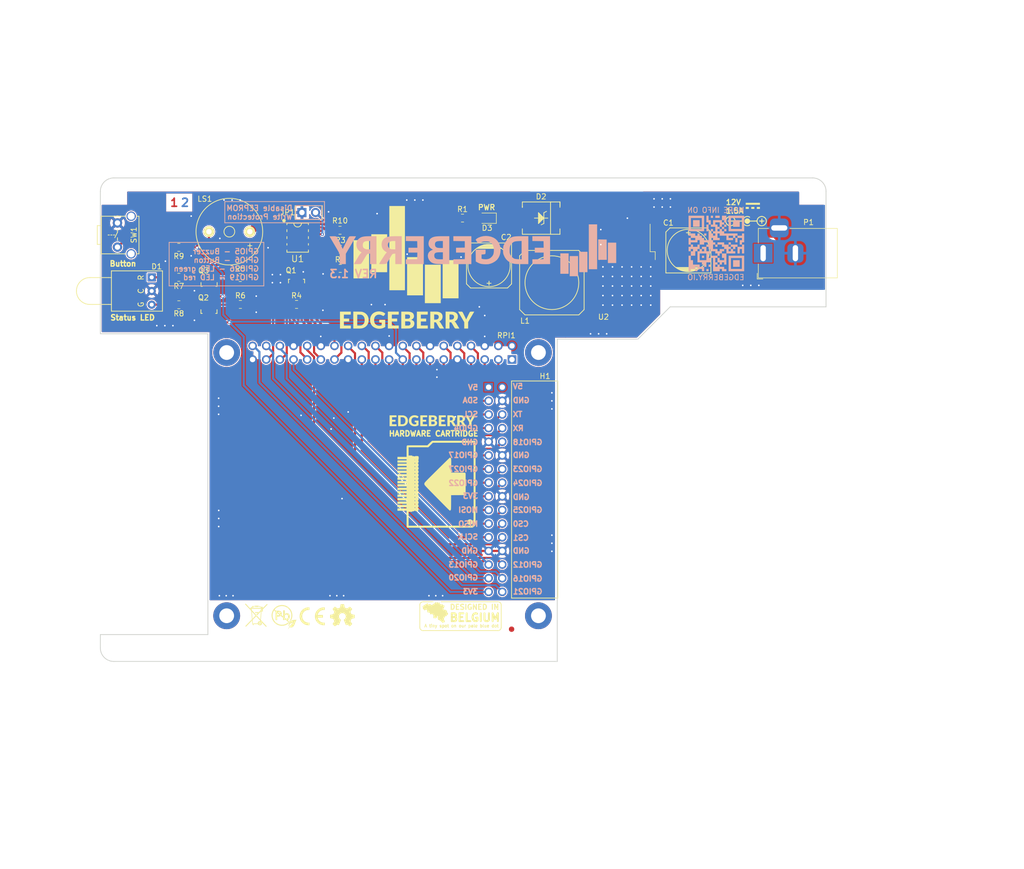
<source format=kicad_pcb>
(kicad_pcb (version 20211014) (generator pcbnew)
  (layers (0 "F.Cu" signal) (31 "B.Cu" signal) (34 "B.Paste" user) (35 "F.Paste" user) (36 "B.SilkS" user "B.Silkscreen") (37 "F.SilkS" user "F.Silkscreen") (38 "B.Mask" user) (39 "F.Mask" user) (44 "Edge.Cuts" user))
  (net 0 "")
  (net 1 "+3V3")
  (net 2 "GND")
  (net 3 "btn_1")
  (net 4 "UART_TX")
  (net 5 "UART_RX")
  (net 6 "+12V")
  (net 7 "+5V")
  (net 8 "Net-(Q2-Pad1)")
  (net 9 "Net-(D1-Pad1)")
  (net 10 "WP")
  (net 11 "Net-(Q2-Pad2)")
  (net 12 "Net-(Q3-Pad1)")
  (net 13 "I2C_SDA")
  (net 14 "I2C_SCL")
  (net 15 "LED_red")
  (net 16 "ID_SCL")
  (net 17 "ID_SDA")
  (net 18 "buzzer")
  (net 19 "GPIO_4")
  (net 20 "GPIO_23")
  (net 21 "GPIO_24")
  (net 22 "Net-(LS1-Pad2)")
  (net 23 "GPIO_25")
  (net 24 "SPI_SCLK")
  (net 25 "SPI_CS0")
  (net 26 "SPI_CS1")
  (net 27 "SPI_MOSI")
  (net 28 "SPI_MISO")
  (net 30 "GPIO_18")
  (net 31 "GPIO_17")
  (net 32 "GPIO_22")
  (net 33 "GPIO_16")
  (net 34 "GPIO_12")
  (net 35 "GPIO_21")
  (net 36 "GPIO_20")
  (net 37 "GPIO_27")
  (net 38 "GPIO_13")
  (net 39 "LED_green")
  (net 40 "Net-(D1-Pad3)")
  (net 41 "Net-(D2-Pad1)")
  (net 42 "Net-(D3-Pad2)")
  (net 43 "Net-(Q1-Pad1)")
  (net 44 "Net-(Q3-Pad2)")
  (footprint "Capacitors_SMD:c_elec_8x10" (layer "F.Cu") (at 193.04 65.272 90)
    (fp_text reference "C1")
    (fp_text value "330uF")
  )
  (footprint "Capacitors_SMD:c_elec_8x10" (layer "F.Cu") (at 155.956 68.072 -90)
    (fp_text reference "C2")
    (fp_text value "330uF")
  )
  (footprint "Inductors:SELF-WE-PD-XXL" (layer "F.Cu") (at 167.649 71.272 -90)
    (fp_text reference "L1")
    (fp_text value "33uH")
  )
  (footprint "TO_SOT_Packages_SMD:SOT-23" (layer "F.Cu") (at 103.874 71.297 180)
    (fp_text reference "Q3")
    (fp_text value "BC547")
  )
  (footprint "TO_SOT_Packages_SMD:SOT-23" (layer "F.Cu") (at 103.849 76.347 180)
    (fp_text reference "Q2")
    (fp_text value "BC547")
  )
  (footprint "emcosys:tactile_switch_vertical" (layer "F.Cu") (at 86.829 62.398 -90)
    (fp_text reference "SW1")
    (fp_text value "SW_PUSH")
  )
  (footprint "emcosys:SpuQ_5mm_copper" (layer "F.Cu") (at 112.522 124.714)
    (fp_text reference "G***" hide)
    (fp_text value "LOGO" hide)
  )
  (footprint "emcosys:SS54_Schottky_40V_5A" (layer "F.Cu") (at 165.649 59.25)
    (fp_text reference "D2")
    (fp_text value "SS54")
  )
  (footprint "emcosys:Hole_M2.5" (layer "F.Cu") (at 88 20)
    (fp_text reference "REF**" hide)
    (fp_text value "Hole_M3" hide)
  )
  (footprint "TO_SOT_Packages_SMD:SOT-23" (layer "F.Cu") (at 120.149 71.272)
    (fp_text reference "Q1")
    (fp_text value "BC547")
  )
  (footprint "emcosys:Hole_M2.5_small" (layer "F.Cu") (at 86.149 54.272)
    (fp_text reference "REF**" hide)
    (fp_text value "Hole_M2.5_small" hide)
  )
  (footprint "emcosys:Hole_M2.5_small" (layer "F.Cu") (at 216.149 54.272)
    (fp_text reference "REF**" hide)
    (fp_text value "Hole_M2.5_small" hide)
  )
  (footprint "emcosys:Hole_M2.5_small" (layer "F.Cu") (at 86.149 139.272)
    (fp_text reference "REF**" hide)
    (fp_text value "Hole_M2.5_small" hide)
  )
  (footprint "Buzzers_Beepers:Buzzer_12x9.5RM7.6" (layer "F.Cu") (at 107.649 61.772 180)
    (fp_text reference "LS1")
    (fp_text value "Buzzer")
  )
  (footprint "Fiducials:Fiducial_1mm_Dia_2.54mm_Outer_CopperTop" (layer "F.Cu") (at 91.5 56.5)
    (fp_text reference "REF**" hide)
    (fp_text value "Fiducial_1mm_Dia_2.54mm_Outer_CopperTop" hide)
  )
  (footprint "Fiducials:Fiducial_1mm_Dia_2.54mm_Outer_CopperTop" (layer "F.Cu") (at 211.75 56.5)
    (fp_text reference "REF**" hide)
    (fp_text value "Fiducial_1mm_Dia_2.54mm_Outer_CopperTop" hide)
  )
  (footprint "Fiducials:Fiducial_1mm_Dia_2.54mm_Outer_CopperTop" (layer "F.Cu") (at 160.149 135.772)
    (fp_text reference "REF**" hide)
    (fp_text value "Fiducial_1mm_Dia_2.54mm_Outer_CopperTop" hide)
  )
  (footprint "emcosys:EdgeBerry_IO" (layer "F.Cu") (at 157.149 109.772 -90)
    (fp_text reference "H1")
    (fp_text value "EdgeBerry_IO")
  )
  (footprint "Resistor_SMD:R_0805_2012Metric" (layer "F.Cu") (at 128.274 68.62 180)
    (fp_text reference "R2")
    (fp_text value "10k")
  )
  (footprint "Package_TO_SOT_SMD:TO-263-5_TabPin3" (layer "F.Cu") (at 181.674 68.447 -90)
    (fp_text reference "U2")
    (fp_text value "LM2596S-5.0")
  )
  (footprint "LOGO" (layer "F.Cu") (at 145.949 132.647736)
    (fp_text reference "G***" hide)
    (fp_text value "LOGO" hide)
  )
  (footprint "Resistor_SMD:R_0805_2012Metric" (layer "F.Cu") (at 98.249 64.697 180)
    (fp_text reference "R9")
    (fp_text value "10k")
  )
  (footprint "LED_SMD:LED_0805_2012Metric" (layer "F.Cu") (at 155.624 59.272 180)
    (fp_text reference "D3")
    (fp_text value "LED")
  )
  (footprint "emcosys:SOIC_8" (layer "F.Cu") (at 120.349 62.8865 -90)
    (fp_text reference "U1")
    (fp_text value "24LC256" hide)
  )
  (footprint "emcosys:bicolor_LED_right_angle" (layer "F.Cu") (at 93.199 72.822 -90)
    (fp_text reference "D1")
    (fp_text value "Led_x2" hide)
  )
  (footprint "Connector_PinHeader_2.54mm:PinHeader_1x02_P2.54mm_Vertical" (layer "F.Cu") (at 121.146 58.206 90)
    (fp_text reference "JP1")
    (fp_text value "Jumper_2_Open" hide)
  )
  (footprint "LOGO" (layer "F.Cu") (at 203.8 59.8)
    (fp_text reference "G***" hide)
    (fp_text value "LOGO" hide)
  )
  (footprint "LOGO" (layer "F.Cu") (at 123.049 133.372)
    (fp_text reference "G***" hide)
    (fp_text value "LOGO" hide)
  )
  (footprint "" (layer "F.Cu") (at 124.956 62.27)
    (fp_text reference "")
    (fp_text value "")
  )
  (footprint "" (layer "F.Cu") (at 126.099 58.079)
    (fp_text reference "")
    (fp_text value "")
  )
  (footprint "Resistor_SMD:R_0805_2012Metric" (layer "F.Cu") (at 151.024 59.247)
    (fp_text reference "R1")
    (fp_text value "270R")
  )
  (footprint "LOGO" (layer "F.Cu") (at 140.716 78.232)
    (fp_text reference "G***" hide)
    (fp_text value "LOGO" hide)
  )
  (footprint "LOGO" (layer "F.Cu") (at 145.449 96.972)
    (fp_text reference "G***" hide)
    (fp_text value "LOGO" hide)
  )
  (footprint "Resistor_SMD:R_0805_2012Metric" (layer "F.Cu") (at 128.2345 61.508)
    (fp_text reference "R10")
    (fp_text value "10k")
  )
  (footprint "LOGO" (layer "F.Cu") (at 128.649 133.172)
    (fp_text reference "G***" hide)
    (fp_text value "LOGO" hide)
  )
  (footprint "Resistor_SMD:R_0805_2012Metric" (layer "F.Cu") (at 98.249 70.272 180)
    (fp_text reference "R7")
    (fp_text value "270R")
  )
  (footprint "LOGO" (layer "F.Cu") (at 112.649 133.172)
    (fp_text reference "G***" hide)
    (fp_text value "LOGO" hide)
  )
  (footprint "LOGO" (layer "F.Cu") (at 205 57)
    (fp_text reference "G***" hide)
    (fp_text value "LOGO" hide)
  )
  (footprint "LOGO" (layer "F.Cu") (at 117.849 133.572)
    (fp_text reference "G***" hide)
    (fp_text value "LOGO" hide)
  )
  (footprint "Resistor_SMD:R_0805_2012Metric" (layer "F.Cu") (at 120.149 75.322)
    (fp_text reference "R4")
    (fp_text value "3k3")
  )
  (footprint "Connector_BarrelJack:BarrelJack_Horizontal" (layer "F.Cu") (at 206.949 65.7795 180)
    (fp_text reference "P1")
    (fp_text value "12Vin")
  )
  (footprint "Resistor_SMD:R_0805_2012Metric" (layer "F.Cu") (at 109.674 70.322)
    (fp_text reference "R5")
    (fp_text value "3k3")
  )
  (footprint "LOGO" (layer "F.Cu") (at 146.249 108.772)
    (fp_text reference "G***" hide)
    (fp_text value "LOGO" hide)
  )
  (footprint "Resistor_SMD:R_0805_2012Metric" (layer "F.Cu") (at 98.249 75.372 180)
    (fp_text reference "R8")
    (fp_text value "270R")
  )
  (footprint "Resistor_SMD:R_0805_2012Metric" (layer "F.Cu") (at 128.299 65.064 180)
    (fp_text reference "R3")
    (fp_text value "10k")
  )
  (footprint "" (layer "F.Cu") (at 150.75 66.5)
    (fp_text reference "")
    (fp_text value "")
  )
  (footprint "Resistor_SMD:R_0805_2012Metric" (layer "F.Cu") (at 109.699 75.322)
    (fp_text reference "R6")
    (fp_text value "3k3")
  )
  (footprint "LOGO" (layer "F.Cu") (at 140.462 65.964852)
    (fp_text reference "G***" hide)
    (fp_text value "LOGO" hide)
  )
  (footprint "emcosys:Hole_M3" (layer "B.Cu") (at 165.1464 84.271 180)
    (fp_text reference "REF**" hide)
    (fp_text value "Hole_M3" hide)
  )
  (footprint "emcosys:Hole_M2.5" (layer "B.Cu") (at 107.1464 84.271 180)
    (fp_text reference "REF**" hide)
    (fp_text value "Hole_M3" hide)
  )
  (footprint "emcosys:Hole_M2.5" (layer "B.Cu") (at 107.1464 133.271 180)
    (fp_text reference "REF**" hide)
    (fp_text value "Hole_M3" hide)
  )
  (footprint "emcosys:Hole_M2.5" (layer "B.Cu") (at 165.1464 133.271 180)
    (fp_text reference "REF**" hide)
    (fp_text value "Hole_M3" hide)
  )
  (footprint "emcosys:RPI_GPIO" (layer "B.Cu") (at 136.0954 84.3005 180)
    (fp_text reference "RPI1")
    (fp_text value "RPi_GPIO")
  )
  (footprint "emcosys:via_0.6mm" (layer "B.Cu") (at 181.693 59.265 -90)
    (fp_text reference "REF**" hide)
    (fp_text value "via_0.6mm" hide)
  )
  (footprint "emcosys:via_0.6mm" (layer "B.Cu") (at 112.649 73.772 -90)
    (fp_text reference "REF**" hide)
    (fp_text value "via_0.6mm" hide)
  )
  (footprint "emcosys:via_0.6mm" (layer "B.Cu") (at 178.923 73.668 -90)
    (fp_text reference "REF**" hide)
    (fp_text value "via_0.6mm" hide)
  )
  (footprint "emcosys:via_0.6mm" (layer "B.Cu") (at 105.649 94.272 -90)
    (fp_text reference "REF**" hide)
    (fp_text value "via_0.6mm" hide)
  )
  (footprint "emcosys:via_0.6mm" (layer "B.Cu") (at 178.923 75.446 -90)
    (fp_text reference "REF**" hide)
    (fp_text value "via_0.6mm" hide)
  )
  (footprint "emcosys:via_0.6mm" (layer "B.Cu") (at 177.145 70.112 -90)
    (fp_text reference "REF**" hide)
    (fp_text value "via_0.6mm" hide)
  )
  (footprint "emcosys:via_0.6mm" (layer "B.Cu") (at 177.145 75.446 -90)
    (fp_text reference "REF**" hide)
    (fp_text value "via_0.6mm" hide)
  )
  (footprint "emcosys:via_0.6mm" (layer "B.Cu") (at 180.701 68.334 -90)
    (fp_text reference "REF**" hide)
    (fp_text value "via_0.6mm" hide)
  )
  (footprint "emcosys:via_0.6mm" (layer "B.Cu") (at 100.545 58.872 -90)
    (fp_text reference "REF**" hide)
    (fp_text value "via_0.6mm" hide)
  )
  (footprint "emcosys:via_0.6mm" (layer "B.Cu") (at 182.479 68.334 -90)
    (fp_text reference "REF**" hide)
    (fp_text value "via_0.6mm" hide)
  )
  (footprint "emcosys:via_0.6mm" (layer "B.Cu") (at 176.745 64.176 -90)
    (fp_text reference "REF**" hide)
    (fp_text value "via_0.6mm" hide)
  )
  (footprint "emcosys:via_0.6mm" (layer "B.Cu") (at 101.149 78.272 -90)
    (fp_text reference "REF**" hide)
    (fp_text value "via_0.6mm" hide)
  )
  (footprint "emcosys:via_0.6mm" (layer "B.Cu") (at 186.035 73.668 -90)
    (fp_text reference "REF**" hide)
    (fp_text value "via_0.6mm" hide)
  )
  (footprint "emcosys:via_0.6mm" (layer "B.Cu") (at 177.145 71.89 -90)
    (fp_text reference "REF**" hide)
    (fp_text value "via_0.6mm" hide)
  )
  (footprint "emcosys:via_0.6mm" (layer "B.Cu") (at 177.145 73.668 -90)
    (fp_text reference "REF**" hide)
    (fp_text value "via_0.6mm" hide)
  )
  (footprint "emcosys:via_0.6mm" (layer "B.Cu") (at 180.701 71.89 -90)
    (fp_text reference "REF**" hide)
    (fp_text value "via_0.6mm" hide)
  )
  (footprint "emcosys:via_0.6mm" (layer "B.Cu") (at 186.035 71.89 -90)
    (fp_text reference "REF**" hide)
    (fp_text value "via_0.6mm" hide)
  )
  (footprint "emcosys:via_0.6mm" (layer "B.Cu") (at 136.613 75.352 -90)
    (fp_text reference "REF**" hide)
    (fp_text value "via_0.6mm" hide)
  )
  (footprint "emcosys:via_0.6mm" (layer "B.Cu") (at 155.149 81.272 -90)
    (fp_text reference "REF**" hide)
    (fp_text value "via_0.6mm" hide)
  )
  (footprint "emcosys:via_0.6mm" (layer "B.Cu") (at 184.257 73.668 -90)
    (fp_text reference "REF**" hide)
    (fp_text value "via_0.6mm" hide)
  )
  (footprint "emcosys:via_0.6mm" (layer "B.Cu") (at 182.479 70.112 -90)
    (fp_text reference "REF**" hide)
    (fp_text value "via_0.6mm" hide)
  )
  (footprint "emcosys:via_0.6mm" (layer "B.Cu") (at 178.923 70.112 -90)
    (fp_text reference "REF**" hide)
    (fp_text value "via_0.6mm" hide)
  )
  (footprint "emcosys:via_0.6mm" (layer "B.Cu") (at 182.479 73.668 -90)
    (fp_text reference "REF**" hide)
    (fp_text value "via_0.6mm" hide)
  )
  (footprint "emcosys:via_0.6mm" (layer "B.Cu") (at 178.923 68.334 -90)
    (fp_text reference "REF**" hide)
    (fp_text value "via_0.6mm" hide)
  )
  (footprint "emcosys:via_0.6mm" (layer "B.Cu") (at 124.649 81.272 -90)
    (fp_text reference "REF**" hide)
    (fp_text value "via_0.6mm" hide)
  )
  (footprint "emcosys:via_0.6mm" (layer "B.Cu") (at 180.701 70.112 -90)
    (fp_text reference "REF**" hide)
    (fp_text value "via_0.6mm" hide)
  )
  (footprint "emcosys:via_0.6mm" (layer "B.Cu") (at 180.701 75.446 -90)
    (fp_text reference "REF**" hide)
    (fp_text value "via_0.6mm" hide)
  )
  (footprint "emcosys:via_0.6mm" (layer "B.Cu") (at 184.257 75.446 -90)
    (fp_text reference "REF**" hide)
    (fp_text value "via_0.6mm" hide)
  )
  (footprint "emcosys:via_0.6mm" (layer "B.Cu") (at 117.149 71.272 -90)
    (fp_text reference "REF**" hide)
    (fp_text value "via_0.6mm" hide)
  )
  (footprint "emcosys:via_0.6mm" (layer "B.Cu") (at 117.149 69.772 -90)
    (fp_text reference "REF**" hide)
    (fp_text value "via_0.6mm" hide)
  )
  (footprint "emcosys:via_0.6mm" (layer "B.Cu") (at 184.257 70.112 -90)
    (fp_text reference "REF**" hide)
    (fp_text value "via_0.6mm" hide)
  )
  (footprint "emcosys:via_0.6mm" (layer "B.Cu") (at 178.923 71.89 -90)
    (fp_text reference "REF**" hide)
    (fp_text value "via_0.6mm" hide)
  )
  (footprint "emcosys:via_0.6mm" (layer "B.Cu") (at 142.149 55.89 -90)
    (fp_text reference "REF**" hide)
    (fp_text value "via_0.6mm" hide)
  )
  (footprint "emcosys:via_0.6mm" (layer "B.Cu") (at 182.479 71.89 -90)
    (fp_text reference "REF**" hide)
    (fp_text value "via_0.6mm" hide)
  )
  (footprint "emcosys:via_0.6mm" (layer "B.Cu") (at 206.149 71.772 -90)
    (fp_text reference "REF**" hide)
    (fp_text value "via_0.6mm" hide)
  )
  (footprint "emcosys:via_0.6mm" (layer "B.Cu") (at 127.083 96.476 -90)
    (fp_text reference "REF**" hide)
    (fp_text value "via_0.6mm" hide)
  )
  (footprint "emcosys:via_0.6mm" (layer "B.Cu") (at 186.651 57.19 -90)
    (fp_text reference "REF**" hide)
    (fp_text value "via_0.6mm" hide)
  )
  (footprint "emcosys:via_0.6mm" (layer "B.Cu") (at 176.745 61.382 -90)
    (fp_text reference "REF**" hide)
    (fp_text value "via_0.6mm" hide)
  )
  (footprint "emcosys:via_0.6mm" (layer "B.Cu") (at 143.649 55.89 -90)
    (fp_text reference "REF**" hide)
    (fp_text value "via_0.6mm" hide)
  )
  (footprint "emcosys:via_0.6mm" (layer "B.Cu") (at 186.035 70.112 -90)
    (fp_text reference "REF**" hide)
    (fp_text value "via_0.6mm" hide)
  )
  (footprint "emcosys:via_0.6mm" (layer "B.Cu") (at 109.649 55.89 -90)
    (fp_text reference "REF**" hide)
    (fp_text value "via_0.6mm" hide)
  )
  (footprint "emcosys:via_0.6mm" (layer "B.Cu") (at 188.175 57.19 -90)
    (fp_text reference "REF**" hide)
    (fp_text value "via_0.6mm" hide)
  )
  (footprint "emcosys:via_0.6mm" (layer "B.Cu") (at 112.649 76.772 -90)
    (fp_text reference "REF**" hide)
    (fp_text value "via_0.6mm" hide)
  )
  (footprint "emcosys:via_0.6mm" (layer "B.Cu") (at 146.26 87.459 -90)
    (fp_text reference "REF**" hide)
    (fp_text value "via_0.6mm" hide)
  )
  (footprint "emcosys:via_0.6mm" (layer "B.Cu") (at 186.035 68.334 -90)
    (fp_text reference "REF**" hide)
    (fp_text value "via_0.6mm" hide)
  )
  (footprint "emcosys:via_0.6mm" (layer "B.Cu") (at 186.651 55.666 -90)
    (fp_text reference "REF**" hide)
    (fp_text value "via_0.6mm" hide)
  )
  (footprint "emcosys:via_0.6mm" (layer "B.Cu") (at 204.649 71.772 -90)
    (fp_text reference "REF**" hide)
    (fp_text value "via_0.6mm" hide)
  )
  (footprint "emcosys:via_0.6mm" (layer "B.Cu") (at 115.649 71.272 -90)
    (fp_text reference "REF**" hide)
    (fp_text value "via_0.6mm" hide)
  )
  (footprint "emcosys:via_0.6mm" (layer "B.Cu") (at 121.4 69.255 -90)
    (fp_text reference "REF**" hide)
    (fp_text value "via_0.6mm" hide)
  )
  (footprint "emcosys:via_0.6mm" (layer "B.Cu") (at 189.699 57.19 -90)
    (fp_text reference "REF**" hide)
    (fp_text value "via_0.6mm" hide)
  )
  (footprint "emcosys:via_0.6mm" (layer "B.Cu") (at 184.257 68.334 -90)
    (fp_text reference "REF**" hide)
    (fp_text value "via_0.6mm" hide)
  )
  (footprint "emcosys:via_0.6mm" (layer "B.Cu") (at 126.575 98.508 -90)
    (fp_text reference "REF**" hide)
    (fp_text value "via_0.6mm" hide)
  )
  (footprint "emcosys:via_0.6mm" (layer "B.Cu") (at 146.26 88.856 -90)
    (fp_text reference "REF**" hide)
    (fp_text value "via_0.6mm" hide)
  )
  (footprint "emcosys:via_0.6mm" (layer "B.Cu") (at 184.257 71.89 -90)
    (fp_text reference "REF**" hide)
    (fp_text value "via_0.6mm" hide)
  )
  (footprint "emcosys:via_0.6mm" (layer "B.Cu") (at 129.75 95.333 -90)
    (fp_text reference "REF**" hide)
    (fp_text value "via_0.6mm" hide)
  )
  (footprint "emcosys:via_0.6mm" (layer "B.Cu") (at 149.689 96.222 -90)
    (fp_text reference "REF**" hide)
    (fp_text value "via_0.6mm" hide)
  )
  (footprint "emcosys:via_0.6mm" (layer "B.Cu") (at 95.749 67.272 -90)
    (fp_text reference "REF**" hide)
    (fp_text value "via_0.6mm" hide)
  )
  (footprint "emcosys:via_0.6mm" (layer "B.Cu") (at 189.699 55.666 -90)
    (fp_text reference "REF**" hide)
    (fp_text value "via_0.6mm" hide)
  )
  (footprint "emcosys:via_0.6mm" (layer "B.Cu") (at 177.145 68.334 -90)
    (fp_text reference "REF**" hide)
    (fp_text value "via_0.6mm" hide)
  )
  (footprint "emcosys:via_0.6mm" (layer "B.Cu") (at 188.175 55.666 -90)
    (fp_text reference "REF**" hide)
    (fp_text value "via_0.6mm" hide)
  )
  (footprint "emcosys:via_0.6mm" (layer "B.Cu") (at 182.479 75.446 -90)
    (fp_text reference "REF**" hide)
    (fp_text value "via_0.6mm" hide)
  )
  (footprint "emcosys:via_0.6mm" (layer "B.Cu") (at 180.701 73.668 -90)
    (fp_text reference "REF**" hide)
    (fp_text value "via_0.6mm" hide)
  )
  (footprint "emcosys:via_0.6mm" (layer "B.Cu") (at 186.035 75.446 -90)
    (fp_text reference "REF**" hide)
    (fp_text value "via_0.6mm" hide)
  )
  (footprint "emcosys:via_0.6mm" (layer "B.Cu") (at 101.149 72.772 -90)
    (fp_text reference "REF**" hide)
    (fp_text value "via_0.6mm" hide)
  )
  (footprint "emcosys:via_0.6mm" (layer "B.Cu") (at 105.649 95.772 -90)
    (fp_text reference "REF**" hide)
    (fp_text value "via_0.6mm" hide)
  )
  (footprint "emcosys:via_0.6mm" (layer "B.Cu") (at 167.649 91.772 -90)
    (fp_text reference "REF**" hide)
    (fp_text value "via_0.6mm" hide)
  )
  (footprint "emcosys:via_0.6mm" (layer "B.Cu") (at 140.649 55.89 -90)
    (fp_text reference "REF**" hide)
    (fp_text value "via_0.6mm" hide)
  )
  (footprint "emcosys:Hole_M2.5" (layer "B.Cu") (at 112.649 76.772 180)
    (fp_text reference "REF**" hide)
    (fp_text value "Hole_M3" hide)
  )
  (footprint "emcosys:Hole_M2.5" (layer "B.Cu") (at 167.649 76.772 180)
    (fp_text reference "REF**" hide)
    (fp_text value "Hole_M3" hide)
  )
  (footprint "emcosys:via_0.6mm" (layer "B.Cu") (at 137.375 81.194 -90)
    (fp_text reference "REF**" hide)
    (fp_text value "via_0.6mm" hide)
  )
  (footprint "emcosys:via_0.6mm" (layer "B.Cu") (at 94.149 79.272 -90)
    (fp_text reference "REF**" hide)
    (fp_text value "via_0.6mm" hide)
  )
  (footprint "emcosys:via_0.6mm" (layer "B.Cu") (at 95.649 79.272 -90)
    (fp_text reference "REF**" hide)
    (fp_text value "via_0.6mm" hide)
  )
  (footprint "emcosys:via_0.6mm" (layer "B.Cu") (at 140.716 65.964852 -90)
    (fp_text reference "REF**" hide)
    (fp_text value "via_0.6mm" hide)
  )
  (footprint "emcosys:via_0.6mm" (layer "B.Cu") (at 203.149 71.772 -90)
    (fp_text reference "REF**" hide)
    (fp_text value "via_0.6mm" hide)
  )
  (footprint "emcosys:via_0.6mm" (layer "B.Cu") (at 100.545 66.272 -90)
    (fp_text reference "REF**" hide)
    (fp_text value "via_0.6mm" hide)
  )
  (footprint "emcosys:via_0.6mm" (layer "B.Cu") (at 167.649 119.772 -90)
    (fp_text reference "REF**" hide)
    (fp_text value "via_0.6mm" hide)
  )
  (footprint "emcosys:via_0.6mm" (layer "B.Cu") (at 167.649 118.272 -90)
    (fp_text reference "REF**" hide)
    (fp_text value "via_0.6mm" hide)
  )
  (footprint "emcosys:via_0.6mm" (layer "B.Cu") (at 167.649 121.272 -90)
    (fp_text reference "REF**" hide)
    (fp_text value "via_0.6mm" hide)
  )
  (footprint "emcosys:via_0.6mm" (layer "B.Cu") (at 97.149 79.272 -90)
    (fp_text reference "REF**" hide)
    (fp_text value "via_0.6mm" hide)
  )
  (footprint "emcosys:via_0.6mm" (layer "B.Cu") (at 167.649 94.772 -90)
    (fp_text reference "REF**" hide)
    (fp_text value "via_0.6mm" hide)
  )
  (footprint "emcosys:via_0.6mm" (layer "B.Cu") (at 167.649 93.272 -90)
    (fp_text reference "REF**" hide)
    (fp_text value "via_0.6mm" hide)
  )
  (footprint "emcosys:via_0.6mm" (layer "B.Cu") (at 105.879 63.033 -90)
    (fp_text reference "REF**" hide)
    (fp_text value "via_0.6mm" hide)
  )
  (footprint "emcosys:via_0.6mm" (layer "B.Cu") (at 147.32 129.54 -90)
    (fp_text reference "REF**" hide)
    (fp_text value "via_0.6mm" hide)
  )
  (footprint "emcosys:via_0.6mm" (layer "B.Cu") (at 106.649 55.89 -90)
    (fp_text reference "REF**" hide)
    (fp_text value "via_0.6mm" hide)
  )
  (footprint "emcosys:via_0.6mm" (layer "B.Cu") (at 108.149 55.89 -90)
    (fp_text reference "REF**" hide)
    (fp_text value "via_0.6mm" hide)
  )
  (footprint "emcosys:via_0.6mm" (layer "B.Cu") (at 125.083 69.636 -90)
    (fp_text reference "REF**" hide)
    (fp_text value "via_0.6mm" hide)
  )
  (footprint "emcosys:via_0.6mm" (layer "B.Cu") (at 155.155 77.384 -90)
    (fp_text reference "REF**" hide)
    (fp_text value "via_0.6mm" hide)
  )
  (footprint "emcosys:via_0.6mm" (layer "B.Cu") (at 134.073 75.352 -90)
    (fp_text reference "REF**" hide)
    (fp_text value "via_0.6mm" hide)
  )
  (footprint "emcosys:via_0.6mm" (layer "B.Cu") (at 114.849 64.772 -90)
    (fp_text reference "REF**" hide)
    (fp_text value "via_0.6mm" hide)
  )
  (footprint "emcosys:via_0.6mm" (layer "B.Cu") (at 144.78 129.54 -90)
    (fp_text reference "REF**" hide)
    (fp_text value "via_0.6mm" hide)
  )
  (footprint "emcosys:via_0.6mm" (layer "B.Cu") (at 128.607 111.462 -90)
    (fp_text reference "REF**" hide)
    (fp_text value "via_0.6mm" hide)
  )
  (footprint "emcosys:via_0.6mm" (layer "B.Cu") (at 115.649 69.772 -90)
    (fp_text reference "REF**" hide)
    (fp_text value "via_0.6mm" hide)
  )
  (footprint "emcosys:via_0.6mm" (layer "B.Cu") (at 146.05 129.54 -90)
    (fp_text reference "REF**" hide)
    (fp_text value "via_0.6mm" hide)
  )
  (footprint "emcosys:via_0.6mm" (layer "B.Cu") (at 125.051 76.41 -90)
    (fp_text reference "REF**" hide)
    (fp_text value "via_0.6mm" hide)
  )
  (footprint "emcosys:via_0.6mm" (layer "B.Cu") (at 120.987 95.968 -90)
    (fp_text reference "REF**" hide)
    (fp_text value "via_0.6mm" hide)
  )
  (footprint "emcosys:via_0.6mm" (layer "B.Cu") (at 154.149 75.772 -90)
    (fp_text reference "REF**" hide)
    (fp_text value "via_0.6mm" hide)
  )
  (footprint "emcosys:via_0.6mm" (layer "B.Cu") (at 105.649 92.772 -90)
    (fp_text reference "REF**" hide)
    (fp_text value "via_0.6mm" hide)
  )
  (footprint "emcosys:via_0.6mm" (layer "B.Cu") (at 177.84 80.79)
    (fp_text reference "REF**" hide)
    (fp_text value "via_0.6mm" hide)
  )
  (footprint "emcosys:via_0.6mm" (layer "B.Cu") (at 105.664 115.165 -90)
    (fp_text reference "REF**" hide)
    (fp_text value "via_0.6mm" hide)
  )
  (footprint "emcosys:via_0.6mm" (layer "B.Cu") (at 108.331 129.54 -90)
    (fp_text reference "REF**" hide)
    (fp_text value "via_0.6mm" hide)
  )
  (footprint "LOGO" (layer "B.Cu") (at 152.5658 65.2164 180)
    (fp_text reference "G***" hide)
    (fp_text value "LOGO" hide)
  )
  (footprint "emcosys:via_0.6mm" (layer "B.Cu") (at 107.061 129.54 -90)
    (fp_text reference "REF**" hide)
    (fp_text value "via_0.6mm" hide)
  )
  (footprint "emcosys:via_0.6mm" (layer "B.Cu") (at 126.365 129.54 -90)
    (fp_text reference "REF**" hide)
    (fp_text value "via_0.6mm" hide)
  )
  (footprint "emcosys:via_0.6mm" (layer "B.Cu") (at 128.905 129.54 -90)
    (fp_text reference "REF**" hide)
    (fp_text value "via_0.6mm" hide)
  )
  (footprint "emcosys:via_0.6mm" (layer "B.Cu") (at 135.128 58.42 -90)
    (fp_text reference "REF**" hide)
    (fp_text value "via_0.6mm" hide)
  )
  (footprint "emcosys:via_0.6mm" (layer "B.Cu") (at 105.791 129.54 -90)
    (fp_text reference "REF**" hide)
    (fp_text value "via_0.6mm" hide)
  )
  (footprint "emcosys:via_0.6mm" (layer "B.Cu") (at 127.635 129.54 -90)
    (fp_text reference "REF**" hide)
    (fp_text value "via_0.6mm" hide)
  )
  (footprint "emcosys:via_0.6mm" (layer "B.Cu") (at 174.84 80.79)
    (fp_text reference "REF**" hide)
    (fp_text value "via_0.6mm" hide)
  )
  (footprint "emcosys:via_0.6mm" (layer "B.Cu") (at 105.664 113.665 -90)
    (fp_text reference "REF**" hide)
    (fp_text value "via_0.6mm" hide)
  )
  (footprint "LOGO" (layer "B.Cu") (at 198.249 63.972 180)
    (fp_text reference "G***" hide)
    (fp_text value "LOGO" hide)
  )
  (footprint "emcosys:via_0.6mm" (layer "B.Cu") (at 176.34 80.79)
    (fp_text reference "REF**" hide)
    (fp_text value "via_0.6mm" hide)
  )
  (footprint "emcosys:via_0.6mm" (layer "B.Cu") (at 105.664 116.665 -90)
    (fp_text reference "REF**" hide)
    (fp_text value "via_0.6mm" hide)
  )
  (gr_line (start 125.337 56.174) (end 106.795 56.174) (layer "B.SilkS") (width 0.15))
  (gr_line (start 114.049 71.872) (end 96.449 71.872) (layer "B.SilkS") (width 0.15))
  (gr_line (start 120.003 56.936) (end 124.829 56.936) (layer "B.SilkS") (width 0.15))
  (gr_line (start 120.003 59.476) (end 120.003 56.936) (layer "B.SilkS") (width 0.15))
  (gr_line (start 125.337 60.111) (end 106.795 60.111) (layer "B.SilkS") (width 0.15))
  (gr_line (start 124.829 59.476) (end 120.003 59.476) (layer "B.SilkS") (width 0.15))
  (gr_line (start 114.049 63.772) (end 96.449 63.772) (layer "B.SilkS") (width 0.15))
  (gr_line (start 106.795 60.111) (end 106.795 56.174) (layer "B.SilkS") (width 0.15))
  (gr_line (start 125.337 56.174) (end 125.337 60.111) (layer "B.SilkS") (width 0.15))
  (gr_line (start 114.049 63.772) (end 114.049 71.872) (layer "B.SilkS") (width 0.15))
  (gr_line (start 124.829 56.936) (end 124.829 59.476) (layer "B.SilkS") (width 0.15))
  (gr_line (start 96.449 63.772) (end 96.449 71.872) (layer "B.SilkS") (width 0.15))
  (gr_line (start 157.624736 130.672) (end 147.049 130.672) (layer "F.SilkS") (width 0.15))
  (gr_arc (start 157.624736 130.672) (mid 158.049 130.847736) (end 158.224736 131.272) (layer "F.SilkS") (width 0.15))
  (gr_line (start 143.073264 131.247736) (end 143.073264 135.423472) (layer "F.SilkS") (width 0.15))
  (gr_arc (start 143.673264 136.023472) (mid 143.249 135.847736) (end 143.073264 135.423472) (layer "F.SilkS") (width 0.15))
  (gr_line (start 145.549 130.672) (end 143.673264 130.672) (layer "F.SilkS") (width 0.15))
  (gr_arc (start 158.224736 135.423472) (mid 158.049 135.847736) (end 157.624736 136.023472) (layer "F.SilkS") (width 0.15))
  (gr_line (start 143.673264 136.023472) (end 157.624736 136.023472) (layer "F.SilkS") (width 0.15))
  (gr_arc (start 143.073264 131.272) (mid 143.249 130.847736) (end 143.673264 130.672) (layer "F.SilkS") (width 0.15))
  (gr_line (start 158.224736 135.423472) (end 158.224736 131.272) (layer "F.SilkS") (width 0.15))
  (gr_line (start 183.649 81.772) (end 168.649 81.772) (layer "Edge.Cuts") (width 0.15))
  (gr_arc (start 83.649 54.272) (mid 84.381233 52.504233) (end 86.149 51.772) (layer "Edge.Cuts") (width 0.15))
  (gr_line (start 168.649 141.772) (end 168.649 81.772) (layer "Edge.Cuts") (width 0.15))
  (gr_line (start 103.649 136.772) (end 83.649 136.772) (layer "Edge.Cuts") (width 0.15))
  (gr_line (start 216.149 51.772) (end 86.149 51.772) (layer "Edge.Cuts") (width 0.15))
  (gr_arc (start 216.149 51.772) (mid 217.916767 52.504233) (end 218.649 54.272) (layer "Edge.Cuts") (width 0.15))
  (gr_line (start 189.649 75.772) (end 218.649 75.772) (layer "Edge.Cuts") (width 0.15))
  (gr_line (start 83.649 54.272) (end 83.649 80.772) (layer "Edge.Cuts") (width 0.15))
  (gr_line (start 183.649 81.772) (end 189.649 75.772) (layer "Edge.Cuts") (width 0.15))
  (gr_line (start 83.649 80.772) (end 103.649 80.772) (layer "Edge.Cuts") (width 0.15))
  (gr_line (start 218.649 75.772) (end 218.649 54.272) (layer "Edge.Cuts") (width 0.15))
  (gr_line (start 103.649 80.772) (end 103.649 136.772) (layer "Edge.Cuts") (width 0.15))
  (gr_line (start 168.649 141.772) (end 86.149 141.772) (layer "Edge.Cuts") (width 0.15))
  (gr_arc (start 86.149 141.772) (mid 84.381233 141.039767) (end 83.649 139.272) (layer "Edge.Cuts") (width 0.15))
  (gr_line (start 83.649 136.772) (end 83.649 139.272) (layer "Edge.Cuts") (width 0.15))
  (gr_text "1" (at 97.399 56.372) (layer "F.Cu") (effects (font (size 1.5 1.5) (thickness 0.3))))
  (gr_text "2" (at 99.399 56.372) (layer "B.Cu") (effects (font (size 1.5 1.5) (thickness 0.3))))
  (gr_text "5V" (at 160.249 90.572) (layer "B.SilkS") (effects (font (size 1 1) (thickness 0.25)) (justify right mirror)))
  (gr_text "GPIO24" (at 160.249 108.572) (layer "B.SilkS") (effects (font (size 1 1) (thickness 0.25)) (justify right mirror)))
  (gr_text "MOSI" (at 154.049 113.572) (layer "B.SilkS") (effects (font (size 1 1) (thickness 0.25)) (justify left mirror)))
  (gr_text "5V" (at 154.049 90.772) (layer "B.SilkS") (effects (font (size 1 1) (thickness 0.25)) (justify left mirror)))
  (gr_text "3V3" (at 154.049 110.972) (layer "B.SilkS") (effects (font (size 1 1) (thickness 0.25)) (justify left mirror)))
  (gr_text "GND" (at 154.049 100.972) (layer "B.SilkS") (effects (font (size 1 1) (thickness 0.25)) (justify left mirror)))
  (gr_text "GND" (at 160.249 111.172) (layer "B.SilkS") (effects (font (size 1 1) (thickness 0.25)) (justify right mirror)))
  (gr_text "GPIO21" (at 160.249 128.772) (layer "B.SilkS") (effects (font (size 1 1) (thickness 0.25)) (justify right mirror)))
  (gr_text "GPIO12" (at 160.249 123.772) (layer "B.SilkS") (effects (font (size 1 1) (thickness 0.25)) (justify right mirror)))
  (gr_text "REV 1.3" (at 130.7218 69.636) (layer "B.SilkS") (effects (font (size 1.5 1.5) (thickness 0.3)) (justify mirror)))
  (gr_text "GPIO20" (at 154.049 126.172) (layer "B.SilkS") (effects (font (size 1 1) (thickness 0.25)) (justify left mirror)))
  (gr_text "GPIO4" (at 154.049 98.372) (layer "B.SilkS") (effects (font (size 1 1) (thickness 0.25)) (justify left mirror)))
  (gr_text "GPIO5 - Buzzer\nGPIO6 - Button \nGPIO26 - LED green\nGPIO19 - LED red" (at 113.249 67.872) (layer "B.SilkS") (effects (font (size 1 1) (thickness 0.2)) (justify left mirror)))
  (gr_text "GPIO25" (at 160.249 113.572) (layer "B.SilkS") (effects (font (size 1 1) (thickness 0.25)) (justify right mirror)))
  (gr_text "SCL" (at 154.049 95.772) (layer "B.SilkS") (effects (font (size 1 1) (thickness 0.25)) (justify left mirror)))
  (gr_text "GND" (at 160.249 93.172) (layer "B.SilkS") (effects (font (size 1 1) (thickness 0.25)) (justify right mirror)))
  (gr_text "CS1" (at 160.249 118.772) (layer "B.SilkS") (effects (font (size 1 1) (thickness 0.25)) (justify right mirror)))
  (gr_text "MORE INFO ON" (at 198.149 57.772) (layer "B.SilkS") (effects (font (size 1 0.95)) (justify mirror)))
  (gr_text "SCLK" (at 154.049 118.572) (layer "B.SilkS") (effects (font (size 1 1) (thickness 0.25)) (justify left mirror)))
  (gr_text "GPIO16" (at 160.249 126.372) (layer "B.SilkS") (effects (font (size 1 1) (thickness 0.25)) (justify right mirror)))
  (gr_text "GPIO22" (at 154.049 108.572) (layer "B.SilkS") (effects (font (size 1 1) (thickness 0.25)) (justify left mirror)))
  (gr_text "CS0" (at 160.249 116.172) (layer "B.SilkS") (effects (font (size 1 1) (thickness 0.25)) (justify right mirror)))
  (gr_text "GPIO23" (at 160.249 105.972) (layer "B.SilkS") (effects (font (size 1 1) (thickness 0.25)) (justify right mirror)))
  (gr_text "SDA" (at 154.049 93.172) (layer "B.SilkS") (effects (font (size 1 1) (thickness 0.25)) (justify left mirror)))
  (gr_text "Disable EEPROM\nWrite Protection" (at 119.495 58.206) (layer "B.SilkS") (effects (font (size 1 1) (thickness 0.2)) (justify left mirror)))
  (gr_text "TX" (at 160.249 95.772) (layer "B.SilkS") (effects (font (size 1 1) (thickness 0.25)) (justify right mirror)))
  (gr_text "GND" (at 160.249 103.372) (layer "B.SilkS") (effects (font (size 1 1) (thickness 0.25)) (justify right mirror)))
  (gr_text "GPIO18" (at 160.249 100.972) (layer "B.SilkS") (effects (font (size 1 1) (thickness 0.25)) (justify right mirror)))
  (gr_text "3V3" (at 154.049 128.772) (layer "B.SilkS") (effects (font (size 1 1) (thickness 0.25)) (justify left mirror)))
  (gr_text "GPIO17" (at 154.049 103.372) (layer "B.SilkS") (effects (font (size 1 1) (thickness 0.25)) (justify left mirror)))
  (gr_text "GND" (at 154.049 121.172) (layer "B.SilkS") (effects (font (size 1 1) (thickness 0.25)) (justify left mirror)))
  (gr_text "GND" (at 160.249 121.172) (layer "B.SilkS") (effects (font (size 1 1) (thickness 0.25)) (justify right mirror)))
  (gr_text "GPIO27" (at 154.049 105.972) (layer "B.SilkS") (effects (font (size 1 1) (thickness 0.25)) (justify left mirror)))
  (gr_text "RX" (at 160.249 98.372) (layer "B.SilkS") (effects (font (size 1 1) (thickness 0.25)) (justify right mirror)))
  (gr_text "EDGEBERRY.IO" (at 198.149 70.272) (layer "B.SilkS") (effects (font (size 1 1)) (justify mirror)))
  (gr_text "GPIO13" (at 154.049 123.772) (layer "B.SilkS") (effects (font (size 1 1) (thickness 0.25)) (justify left mirror)))
  (gr_text "MISO" (at 154.049 116.172) (layer "B.SilkS") (effects (font (size 1 1) (thickness 0.25)) (justify left mirror)))
  (gr_text "12V\n1.5A" (at 199.9 57.1) (layer "F.SilkS") (effects (font (size 1 1) (thickness 0.2)) (justify left)))
  (gr_text "DESIGNED IN" (at 153.249 131.647736) (layer "F.SilkS") (effects (font (size 0.95 0.95) (thickness 0.2))))
  (gr_text "HARDWARE CARTRIDGE" (at 145.649 99.372) (layer "F.SilkS") (effects (font (size 1 1) (thickness 0.25))))
  (gr_text "Button" (at 87.845 67.732) (layer "F.SilkS") (effects (font (size 1 1) (thickness 0.25))))
  (gr_text "\nBELGIUM" (at 148.449 132.447736) (layer "F.SilkS") (effects (font (size 1.45 1.45) (thickness 0.3625)) (justify left)))
  (gr_text "PWR" (at 155.5 57.25) (layer "F.SilkS") (effects (font (size 1 1) (thickness 0.2))))
  (gr_text "Status LED" (at 89.649 77.772) (layer "F.SilkS") (effects (font (size 1 1) (thickness 0.25))))
  (gr_text "A tiny spot on our pale blue dot" (at 143.849 135.147736) (layer "F.SilkS") (effects (font (size 0.55 0.55) (thickness 0.125)) (justify left)))
  (segment (start 103.847 73.32) (end 104.355 73.828) (width 0.4) (layer "F.Cu") (net 1))
  (segment (start 104.355 73.828) (end 106.387 73.828) (width 0.4) (layer "F.Cu") (net 1))
  (segment (start 103.847 77.892) (end 104.609 78.654) (width 0.4) (layer "F.Cu") (net 1))
  (segment (start 104.609 78.654) (end 107.657 78.654) (width 0.4) (layer "F.Cu") (net 1))
  (segment (start 101.649 64.772) (end 101.561 64.684) (width 0.4) (layer "F.Cu") (net 1))
  (segment (start 101.561 64.684) (end 99.209 64.684) (width 0.4) (layer "F.Cu") (net 1))
  (segment (start 139.9054 98.1224) (end 152.825 111.042) (width 0.4) (layer "F.Cu") (net 1))
  (segment (start 152.825 111.042) (end 155.879 111.042) (width 0.4) (layer "F.Cu") (net 1))
  (segment (start 121.326 61.001) (end 119.971 59.646) (width 0.4) (layer "F.Cu") (net 1))
  (segment (start 119.971 59.646) (end 116.669 59.646) (width 0.4) (layer "F.Cu") (net 1))
  (segment (start 116.669 59.646) (end 112.097 64.218) (width 0.4) (layer "F.Cu") (net 1))
  (segment (start 112.097 64.218) (end 107.271 64.218) (width 0.4) (layer "F.Cu") (net 1))
  (segment (start 107.271 64.218) (end 107.271 60.408) (width 0.4) (layer "F.Cu") (net 1))
  (segment (start 107.271 60.408) (end 106.509 59.646) (width 0.4) (layer "F.Cu") (net 1))
  (segment (start 106.509 59.646) (end 102.953 59.646) (width 0.4) (layer "F.Cu") (net 1))
  (segment (start 102.953 59.646) (end 101.649 60.95) (width 0.4) (layer "F.Cu") (net 1))
  (segment (start 101.649 60.95) (end 101.649 64.772) (width 0.4) (layer "F.Cu") (net 1))
  (segment (start 103.847 72.28622) (end 103.847 73.32) (width 0.4) (layer "F.Cu") (net 1))
  (segment (start 125.591 61.508) (end 127.322 61.508) (width 0.4) (layer "F.Cu") (net 1))
  (segment (start 129.2115 63.6045) (end 129.2115 65.064) (width 0.4) (layer "F.Cu") (net 1))
  (segment (start 127.322 61.508) (end 127.322 62.604) (width 0.4) (layer "F.Cu") (net 1))
  (segment (start 125.0645 60.9815) (end 125.591 61.508) (width 0.4) (layer "F.Cu") (net 1))
  (segment (start 139.9054 85.5705) (end 139.9054 85.8834) (width 0.4) (layer "F.Cu") (net 1))
  (segment (start 103.847 77.36622) (end 103.847 77.892) (width 0.4) (layer "F.Cu") (net 1))
  (segment (start 129.2115 68.595) (end 129.1865 68.62) (width 0.4) (layer "F.Cu") (net 1))
  (segment (start 127.322 62.604) (end 127.877 63.159) (width 0.4) (layer "F.Cu") (net 1))
  (segment (start 129.2115 65.064) (end 129.2115 68.595) (width 0.4) (layer "F.Cu") (net 1))
  (segment (start 128.766 63.159) (end 129.2115 63.6045) (width 0.4) (layer "F.Cu") (net 1))
  (segment (start 139.9054 85.5705) (end 139.8465 85.5705) (width 0.4) (layer "F.Cu") (net 1))
  (segment (start 122.807 61.001) (end 121.326 61.001) (width 0.4) (layer "F.Cu") (net 1))
  (segment (start 127.877 63.159) (end 128.766 63.159) (width 0.4) (layer "F.Cu") (net 1))
  (segment (start 139.9054 85.5705) (end 139.9054 85.5024) (width 0.4) (layer "F.Cu") (net 1))
  (segment (start 139.9054 85.5705) (end 139.8599 85.5705) (width 0.4) (layer "F.Cu") (net 1))
  (segment (start 139.9054 85.5705) (end 139.9054 98.1224) (width 0.4) (layer "F.Cu") (net 1))
  (segment (start 122.799 60.9815) (end 125.0645 60.9815) (width 0.4) (layer "F.Cu") (net 1))
  (via (at 101.649 64.772) (size 0.6) (drill 0.4) (layers "F.Cu" "B.Cu") (net 1))
  (via (at 106.387 73.828) (size 0.6) (drill 0.4) (layers "F.Cu" "B.Cu") (net 1))
  (via (at 107.657 78.654) (size 0.6) (drill 0.4) (layers "F.Cu" "B.Cu") (net 1))
  (segment (start 107.784 78.527) (end 136.359 78.527) (width 0.4) (layer "B.Cu") (net 1))
  (segment (start 137.248 78.527) (end 138.645 79.924) (width 0.4) (layer "B.Cu") (net 1))
  (segment (start 138.645 79.924) (end 138.645 84.3101) (width 0.4) (layer "B.Cu") (net 1))
  (segment (start 138.645 84.3101) (end 139.9054 85.5705) (width 0.4) (layer "B.Cu") (net 1))
  (segment (start 106.387 73.828) (end 106.514 73.828) (width 0.4) (layer "B.Cu") (net 1))
  (segment (start 106.514 73.828) (end 106.514 77.257) (width 0.4) (layer "B.Cu") (net 1))
  (segment (start 107.657 78.654) (end 107.784 78.527) (width 0.4) (layer "B.Cu") (net 1))
  (segment (start 106.387 69.51) (end 101.649 64.772) (width 0.4) (layer "B.Cu") (net 1))
  (segment (start 148.761 128.822) (end 110.319 90.38) (width 0.4) (layer "B.Cu") (net 1))
  (segment (start 110.319 90.38) (end 110.319 81.316) (width 0.4) (layer "B.Cu") (net 1))
  (segment (start 110.319 81.316) (end 107.657 78.654) (width 0.4) (layer "B.Cu") (net 1))
  (segment (start 155.879 128.822) (end 148.761 128.822) (width 0.4) (layer "B.Cu") (net 1))
  (segment (start 106.387 73.828) (end 106.387 69.51) (width 0.4) (layer "B.Cu") (net 1))
  (segment (start 139.9054 85.5705) (end 139.7149 85.5705) (width 0.4) (layer "B.Cu") (net 1))
  (segment (start 106.514 77.257) (end 107.784 78.527) (width 0.4) (layer "B.Cu") (net 1))
  (segment (start 136.359 78.527) (end 137.248 78.527) (width 0.4) (layer "B.Cu") (net 1))
  (segment (start 155.1454 81.2756) (end 155.149 81.272) (width 0.4) (layer "F.Cu") (net 2))
  (segment (start 124.6654 81.2884) (end 124.649 81.272) (width 0.4) (layer "F.Cu") (net 2))
  (segment (start 137.3654 81.4576) (end 137.375 81.448) (width 0.4) (layer "F.Cu") (net 2))
  (segment (start 137.3654 81.2036) (end 137.375 81.194) (width 0.4) (layer "F.Cu") (net 2))
  (segment (start 137.3654 81.2036) (end 137.375 81.194) (width 0.4) (layer "F.Cu") (net 2))
  (segment (start 144.9854 82.1204) (end 144.863 81.998) (width 0.4) (layer "F.Cu") (net 2))
  (segment (start 150.0654 86.7016) (end 149.943 86.824) (width 0.4) (layer "F.Cu") (net 2))
  (segment (start 155.1454 81.2756) (end 155.149 81.272) (width 0.4) (layer "F.Cu") (net 2))
  (segment (start 154.349 121.202) (end 154.261 121.114) (width 0.4) (layer "F.Cu") (net 2))
  (segment (start 137.3654 83.0305) (end 137.3654 82.7084) (width 0.4) (layer "F.Cu") (net 2))
  (segment (start 111.9654 85.5705) (end 111.5355 85.5705) (width 0.4) (layer "F.Cu") (net 2))
  (segment (start 155.879 121.202) (end 158.419 121.202) (width 0.4) (layer "F.Cu") (net 2))
  (segment (start 155.1454 83.0305) (end 155.1454 81.2756) (width 0.4) (layer "F.Cu") (net 2))
  (segment (start 124.6654 83.0305) (end 124.8705 83.0305) (width 0.4) (layer "F.Cu") (net 2))
  (segment (start 124.6654 83.0305) (end 124.6654 81.2884) (width 0.4) (layer "F.Cu") (net 2))
  (segment (start 137.3654 83.0305) (end 137.3654 81.4576) (width 0.4) (layer "F.Cu") (net 2))
  (segment (start 150.0654 85.5705) (end 150.0654 86.7016) (width 0.4) (layer "F.Cu") (net 2))
  (segment (start 144.9854 83.0305) (end 144.9854 82.1204) (width 0.4) (layer "F.Cu") (net 2))
  (segment (start 111.9654 85.5705) (end 111.9654 85.5884) (width 0.4) (layer "F.Cu") (net 2))
  (segment (start 155.879 121.202) (end 154.349 121.202) (width 0.4) (layer "F.Cu") (net 2))
  (segment (start 137.3654 83.0305) (end 137.3654 81.2036) (width 0.4) (layer "F.Cu") (net 2))
  (segment (start 129.7454 85.5705) (end 129.7454 85.7756) (width 0.4) (layer "F.Cu") (net 2))
  (segment (start 119.5854 81.6124) (end 119.463 81.49) (width 0.4) (layer "B.Cu") (net 2))
  (segment (start 119.5854 83.0305) (end 119.5854 81.6124) (width 0.4) (layer "B.Cu") (net 2))
  (segment (start 122.1254 85.5024) (end 120.865 84.242) (width 0.4) (layer "F.Cu") (net 3))
  (segment (start 120.865 84.242) (end 120.865 79.416) (width 0.4) (layer "F.Cu") (net 3))
  (segment (start 120.865 79.416) (end 114.007 72.558) (width 0.4) (layer "F.Cu") (net 3))
  (segment (start 113.499 72.05) (end 113.499 70.018) (width 0.4) (layer "F.Cu") (net 3))
  (segment (start 113.499 70.018) (end 111.467 67.986) (width 0.4) (layer "F.Cu") (net 3))
  (segment (start 111.467 67.986) (end 98.513 67.986) (width 0.4) (layer "F.Cu") (net 3))
  (segment (start 98.513 67.986) (end 97.309 66.782) (width 0.4) (layer "F.Cu") (net 3))
  (segment (start 97.309 66.782) (end 97.309 64.684) (width 0.4) (layer "F.Cu") (net 3))
  (segment (start 86.865 64.648) (end 87.591 63.922) (width 0.4) (layer "F.Cu") (net 3))
  (segment (start 87.591 63.922) (end 94.703 63.922) (width 0.4) (layer "F.Cu") (net 3))
  (segment (start 94.703 63.922) (end 95.465 64.684) (width 0.4) (layer "F.Cu") (net 3))
  (segment (start 95.465 64.684) (end 97.309 64.684) (width 0.4) (layer "F.Cu") (net 3))
  (segment (start 122.1254 85.5705) (end 122.3305 85.5705) (width 0.4) (layer "F.Cu") (net 3))
  (segment (start 114.007 72.558) (end 113.499 72.05) (width 0.4) (layer "F.Cu") (net 3))
  (segment (start 86.829 64.648) (end 86.865 64.648) (width 0.4) (layer "F.Cu") (net 3))
  (segment (start 122.1254 85.5705) (end 122.1254 85.5216) (width 0.4) (layer "F.Cu") (net 3))
  (segment (start 122.1254 85.5705) (end 122.1254 85.5024) (width 0.4) (layer "F.Cu") (net 3))
  (segment (start 152.569 82.9941) (end 152.6054 83.0305) (width 0.4) (layer "F.Cu") (net 4))
  (segment (start 152.6054 83.1364) (end 153.88 84.411) (width 0.4) (layer "F.Cu") (net 4))
  (segment (start 153.88 84.411) (end 153.88 86.57) (width 0.4) (layer "F.Cu") (net 4))
  (segment (start 153.88 86.57) (end 152.102 88.348) (width 0.4) (layer "F.Cu") (net 4))
  (segment (start 152.102 88.348) (end 152.102 91.269) (width 0.4) (layer "F.Cu") (net 4))
  (segment (start 158.237 95.802) (end 156.928 97.111) (width 0.4) (layer "F.Cu") (net 4))
  (segment (start 156.928 97.111) (end 153.753 97.111) (width 0.4) (layer "F.Cu") (net 4))
  (segment (start 153.753 97.111) (end 152.102 95.46) (width 0.4) (layer "F.Cu") (net 4))
  (segment (start 152.102 95.46) (end 152.102 91.269) (width 0.4) (layer "F.Cu") (net 4))
  (segment (start 152.6054 83.0305) (end 152.6054 83.125) (width 0.4) (layer "F.Cu") (net 4))
  (segment (start 152.6054 83.0305) (end 152.5999 83.0305) (width 0.4) (layer "F.Cu") (net 4))
  (segment (start 152.6054 83.0305) (end 152.6054 83.075) (width 0.4) (layer "F.Cu") (net 4))
  (segment (start 152.6054 83.0305) (end 152.6054 83.1364) (width 0.4) (layer "F.Cu") (net 4))
  (segment (start 152.6054 83.0305) (end 152.6054 83.094) (width 0.4) (layer "F.Cu") (net 4))
  (segment (start 152.6054 83.0305) (end 152.6054 83.221) (width 0.4) (layer "F.Cu") (net 4))
  (segment (start 158.419 95.802) (end 158.237 95.802) (width 0.4) (layer "F.Cu") (net 4))
  (segment (start 152.6054 83.0305) (end 152.6689 83.0305) (width 0.4) (layer "B.Cu") (net 4))
  (segment (start 150.0654 83.1364) (end 151.34 84.411) (width 0.4) (layer "F.Cu") (net 5))
  (segment (start 151.34 84.411) (end 151.34 87.078) (width 0.4) (layer "F.Cu") (net 5))
  (segment (start 151.34 87.078) (end 150.578 87.84) (width 0.4) (layer "F.Cu") (net 5))
  (segment (start 150.578 87.84) (end 150.578 97.365) (width 0.4) (layer "F.Cu") (net 5))
  (segment (start 150.578 97.365) (end 152.864 99.651) (width 0.4) (layer "F.Cu") (net 5))
  (segment (start 152.864 99.651) (end 157.055 99.651) (width 0.4) (layer "F.Cu") (net 5))
  (segment (start 157.11 99.651) (end 158.419 98.342) (width 0.4) (layer "F.Cu") (net 5))
  (segment (start 150.0654 83.0305) (end 150.0654 83.065) (width 0.4) (layer "F.Cu") (net 5))
  (segment (start 157.055 99.651) (end 157.11 99.651) (width 0.4) (layer "F.Cu") (net 5))
  (segment (start 150.0654 83.0305) (end 150.0654 83.1364) (width 0.4) (layer "F.Cu") (net 5))
  (segment (start 150.0654 83.0305) (end 150.1289 83.0305) (width 0.4) (layer "F.Cu") (net 5))
  (segment (start 150.0654 83.0305) (end 149.9999 83.0305) (width 0.4) (layer "F.Cu") (net 5))
  (segment (start 150.0654 83.0305) (end 150.0654 83.094) (width 0.4) (layer "B.Cu") (net 5))
  (segment (start 157.695 83.0209) (end 157.6854 83.0305) (width 0.8) (layer "F.Cu") (net 7))
  (segment (start 111.585 61.772) (end 117.055 56.302) (width 1.4) (layer "F.Cu") (net 7))
  (segment (start 117.055 56.302) (end 135.597 56.302) (width 1.4) (layer "F.Cu") (net 7))
  (segment (start 135.597 56.302) (end 143.725 64.43) (width 1.4) (layer "F.Cu") (net 7))
  (segment (start 165.64774 76.27326) (end 167.649 76.27326) (width 1.4) (layer "F.Cu") (net 7))
  (segment (start 157.6854 83.0305) (end 157.6854 82.9856) (width 0.8) (layer "F.Cu") (net 7))
  (segment (start 150.05 64.7) (end 147.0225 67.7275) (width 1.4) (layer "F.Cu") (net 7))
  (segment (start 150.05 59.25) (end 150.05 64.7) (width 1.4) (layer "F.Cu") (net 7))
  (segment (start 150.6182 71.3232) (end 147.0225 67.7275) (width 1.4) (layer "F.Cu") (net 7))
  (segment (start 157.6854 83.0305) (end 157.6854 83.0584) (width 0.8) (layer "F.Cu") (net 7))
  (segment (start 155.956 71.3232) (end 150.6182 71.3232) (width 1.4) (layer "F.Cu") (net 7))
  (segment (start 111.44884 61.772) (end 111.585 61.772) (width 1.4) (layer "F.Cu") (net 7))
  (segment (start 147.0225 67.7275) (end 143.725 64.43) (width 1.4) (layer "F.Cu") (net 7))
  (segment (start 157.6854 83.0305) (end 157.6854 83.221) (width 0.4) (layer "B.Cu") (net 7))
  (segment (start 108.72376 75.36724) (end 108.739 75.352) (width 0.4) (layer "F.Cu") (net 8))
  (segment (start 108.72376 75.36724) (end 108.739 75.352) (width 0.4) (layer "F.Cu") (net 8))
  (segment (start 104.797 75.36724) (end 108.72376 75.36724) (width 0.4) (layer "F.Cu") (net 8))
  (segment (start 93.179 70.272) (end 97.309 70.272) (width 0.4) (layer "F.Cu") (net 9))
  (segment (start 122.799 62.2515) (end 124.9375 62.2515) (width 0.4) (layer "F.Cu") (net 10))
  (segment (start 124.9375 62.2515) (end 124.956 62.27) (width 0.4) (layer "F.Cu") (net 10))
  (segment (start 129.147 60.365) (end 129.147 61.508) (width 0.4) (layer "F.Cu") (net 10))
  (segment (start 125.083 59.603) (end 128.385 59.603) (width 0.4) (layer "F.Cu") (net 10))
  (segment (start 123.686 58.206) (end 125.083 59.603) (width 0.4) (layer "F.Cu") (net 10))
  (segment (start 128.385 59.603) (end 129.147 60.365) (width 0.4) (layer "F.Cu") (net 10))
  (segment (start 124.956 59.476) (end 123.686 58.206) (width 0.4) (layer "B.Cu") (net 10))
  (segment (start 124.956 62.27) (end 124.956 59.476) (width 0.4) (layer "B.Cu") (net 10))
  (segment (start 102.62776 75.352) (end 102.643 75.36724) (width 0.4) (layer "F.Cu") (net 11))
  (segment (start 102.88176 75.352) (end 102.897 75.36724) (width 0.4) (layer "F.Cu") (net 11))
  (segment (start 99.209 75.352) (end 102.88176 75.352) (width 0.4) (layer "F.Cu") (net 11))
  (segment (start 108.72376 70.28724) (end 108.739 70.272) (width 0.4) (layer "F.Cu") (net 12))
  (segment (start 108.72376 70.28724) (end 108.739 70.272) (width 0.4) (layer "F.Cu") (net 12))
  (segment (start 104.797 70.28724) (end 108.72376 70.28724) (width 0.4) (layer "F.Cu") (net 12))
  (segment (start 157.6854 86.7356) (end 156.149 88.272) (width 0.4) (layer "F.Cu") (net 13))
  (segment (start 156.149 88.272) (end 154.149 88.272) (width 0.4) (layer "F.Cu") (net 13))
  (segment (start 154.149 88.272) (end 153.649 88.772) (width 0.4) (layer "F.Cu") (net 13))
  (segment (start 153.649 88.772) (end 153.649 92.772) (width 0.4) (layer "F.Cu") (net 13))
  (segment (start 153.649 92.772) (end 154.139 93.262) (width 0.4) (layer "F.Cu") (net 13))
  (segment (start 154.139 93.262) (end 155.879 93.262) (width 0.4) (layer "F.Cu") (net 13))
  (segment (start 157.6854 85.5705) (end 157.6854 86.7356) (width 0.4) (layer "F.Cu") (net 13))
  (segment (start 157.6854 85.5705) (end 157.6854 85.5024) (width 0.4) (layer "F.Cu") (net 13))
  (segment (start 157.6854 85.5705) (end 157.4995 85.5705) (width 0.4) (layer "B.Cu") (net 13))
  (segment (start 155.1454 87.2096) (end 154.769 87.586) (width 0.4) (layer "F.Cu") (net 14))
  (segment (start 154.769 87.586) (end 153.88 87.586) (width 0.4) (layer "F.Cu") (net 14))
  (segment (start 153.88 87.586) (end 152.864 88.602) (width 0.4) (layer "F.Cu") (net 14))
  (segment (start 152.864 88.602) (end 152.864 94.698) (width 0.4) (layer "F.Cu") (net 14))
  (segment (start 152.864 94.698) (end 153.968 95.802) (width 0.4) (layer "F.Cu") (net 14))
  (segment (start 153.968 95.802) (end 155.879 95.802) (width 0.4) (layer "F.Cu") (net 14))
  (segment (start 155.1454 85.5705) (end 155.1454 85.5024) (width 0.4) (layer "F.Cu") (net 14))
  (segment (start 155.1454 85.5705) (end 155.1454 85.2484) (width 0.4) (layer "F.Cu") (net 14))
  (segment (start 155.1454 85.5705) (end 155.1454 87.2096) (width 0.4) (layer "F.Cu") (net 14))
  (segment (start 117.2505 85.5705) (end 118.325 84.496) (width 0.4) (layer "F.Cu") (net 15))
  (segment (start 118.325 84.496) (end 118.325 77.892) (width 0.4) (layer "F.Cu") (net 15))
  (segment (start 118.325 77.892) (end 112.737 72.304) (width 0.4) (layer "F.Cu") (net 15))
  (segment (start 112.737 72.304) (end 112.737 71.288) (width 0.4) (layer "F.Cu") (net 15))
  (segment (start 112.737 71.288) (end 111.721 70.272) (width 0.4) (layer "F.Cu") (net 15))
  (segment (start 111.721 70.272) (end 110.639 70.272) (width 0.4) (layer "F.Cu") (net 15))
  (segment (start 117.0454 85.5705) (end 117.2505 85.5705) (width 0.4) (layer "F.Cu") (net 15))
  (segment (start 117.0454 85.5705) (end 117.0454 85.5216) (width 0.4) (layer "F.Cu") (net 15))
  (segment (start 117.0454 85.5705) (end 117.0454 85.885) (width 0.4) (layer "B.Cu") (net 15))
  (segment (start 117.0454 85.5705) (end 116.8599 85.5705) (width 0.4) (layer "B.Cu") (net 15))
  (segment (start 120.738 63.541) (end 120.357 63.922) (width 0.4) (layer "F.Cu") (net 16))
  (segment (start 120.357 63.922) (end 120.357 66.462) (width 0.4) (layer "F.Cu") (net 16))
  (segment (start 120.357 66.462) (end 122.897 69.002) (width 0.4) (layer "F.Cu") (net 16))
  (segment (start 122.897 69.002) (end 122.897 78.146) (width 0.4) (layer "F.Cu") (net 16))
  (segment (start 122.897 78.146) (end 124.675 79.924) (width 0.4) (layer "F.Cu") (net 16))
  (segment (start 124.675 79.924) (end 125.691 79.924) (width 0.4) (layer "F.Cu") (net 16))
  (segment (start 125.691 79.924) (end 127.2054 81.4384) (width 0.4) (layer "F.Cu") (net 16))
  (segment (start 127.2054 81.4384) (end 127.2054 83.0305) (width 0.4) (layer "F.Cu") (net 16))
  (segment (start 122.807 63.541) (end 120.738 63.541) (width 0.4) (layer "F.Cu") (net 16))
  (segment (start 126.353 65.064) (end 127.3865 65.064) (width 0.4) (layer "F.Cu") (net 16))
  (segment (start 124.8105 63.5215) (end 126.353 65.064) (width 0.4) (layer "F.Cu") (net 16))
  (segment (start 122.799 63.5215) (end 124.8105 63.5215) (width 0.4) (layer "F.Cu") (net 16))
  (segment (start 122.807 67.642) (end 123.659 68.494) (width 0.4) (layer "F.Cu") (net 17))
  (segment (start 123.659 68.494) (end 123.659 77.892) (width 0.4) (layer "F.Cu") (net 17))
  (segment (start 123.659 77.892) (end 124.929 79.162) (width 0.4) (layer "F.Cu") (net 17))
  (segment (start 124.929 79.162) (end 125.945 79.162) (width 0.4) (layer "F.Cu") (net 17))
  (segment (start 125.945 79.162) (end 128.485 81.702) (width 0.4) (layer "F.Cu") (net 17))
  (segment (start 128.485 81.702) (end 128.485 84.2909) (width 0.4) (layer "F.Cu") (net 17))
  (segment (start 128.485 84.2909) (end 127.2054 85.5705) (width 0.4) (layer "F.Cu") (net 17))
  (segment (start 122.799 64.7915) (end 124.5565 64.7915) (width 0.4) (layer "F.Cu") (net 17))
  (segment (start 126.226 68.62) (end 127.3615 68.62) (width 0.4) (layer "F.Cu") (net 17))
  (segment (start 124.5565 64.7915) (end 125.464 65.699) (width 0.4) (layer "F.Cu") (net 17))
  (segment (start 125.464 65.699) (end 125.464 67.858) (width 0.4) (layer "F.Cu") (net 17))
  (segment (start 125.464 67.858) (end 126.226 68.62) (width 0.4) (layer "F.Cu") (net 17))
  (segment (start 127.2054 85.5705) (end 127.4105 85.5705) (width 0.4) (layer "F.Cu") (net 17))
  (segment (start 122.807 64.811) (end 122.807 67.642) (width 0.4) (layer "F.Cu") (net 17))
  (segment (start 124.6654 85.5024) (end 123.405 84.242) (width 0.4) (layer "F.Cu") (net 18))
  (segment (start 123.405 84.242) (end 123.405 80.686) (width 0.4) (layer "F.Cu") (net 18))
  (segment (start 123.405 80.686) (end 121.099 78.38) (width 0.4) (layer "F.Cu") (net 18))
  (segment (start 121.099 78.38) (end 121.099 75.272) (width 0.4) (layer "F.Cu") (net 18))
  (segment (start 124.6654 85.5705) (end 124.6654 85.5024) (width 0.4) (layer "F.Cu") (net 18))
  (segment (start 124.6654 85.5705) (end 124.8705 85.5705) (width 0.4) (layer "F.Cu") (net 18))
  (segment (start 124.6654 85.5705) (end 124.6654 85.5216) (width 0.4) (layer "F.Cu") (net 18))
  (segment (start 152.6054 86.8286) (end 151.34 88.094) (width 0.4) (layer "F.Cu") (net 19))
  (segment (start 151.34 88.094) (end 151.34 96.984) (width 0.4) (layer "F.Cu") (net 19))
  (segment (start 151.34 96.984) (end 152.698 98.342) (width 0.4) (layer "F.Cu") (net 19))
  (segment (start 152.698 98.342) (end 155.879 98.342) (width 0.4) (layer "F.Cu") (net 19))
  (segment (start 152.6054 85.5705) (end 152.4195 85.5705) (width 0.4) (layer "F.Cu") (net 19))
  (segment (start 152.6054 85.5705) (end 152.6054 86.8286) (width 0.4) (layer "F.Cu") (net 19))
  (segment (start 152.6054 85.5705) (end 152.6054 85.2484) (width 0.4) (layer "F.Cu") (net 19))
  (segment (start 152.6054 85.5705) (end 152.6054 86.015) (width 0.4) (layer "F.Cu") (net 19))
  (segment (start 152.6404 85.6055) (end 152.6054 85.5705) (width 0.4) (layer "B.Cu") (net 19))
  (segment (start 152.6054 85.5705) (end 152.6054 85.825) (width 0.4) (layer "B.Cu") (net 19))
  (segment (start 142.4665 83.0305) (end 143.72 84.284) (width 0.4) (layer "F.Cu") (net 20))
  (segment (start 143.72 84.284) (end 143.72 97.365) (width 0.4) (layer "F.Cu") (net 20))
  (segment (start 143.72 97.365) (end 153.626 107.271) (width 0.4) (layer "F.Cu") (net 20))
  (segment (start 153.626 107.271) (end 157.11 107.271) (width 0.4) (layer "F.Cu") (net 20))
  (segment (start 157.11 107.271) (end 158.419 105.962) (width 0.4) (layer "F.Cu") (net 20))
  (segment (start 142.4454 83.0305) (end 142.4665 83.0305) (width 0.4) (layer "F.Cu") (net 20))
  (segment (start 139.9054 83.1364) (end 141.18 84.411) (width 0.4) (layer "F.Cu") (net 21))
  (segment (start 141.18 84.411) (end 141.18 97.492) (width 0.4) (layer "F.Cu") (net 21))
  (segment (start 141.18 97.492) (end 153.499 109.811) (width 0.4) (layer "F.Cu") (net 21))
  (segment (start 153.499 109.811) (end 157.11 109.811) (width 0.4) (layer "F.Cu") (net 21))
  (segment (start 157.11 109.811) (end 158.419 108.502) (width 0.4) (layer "F.Cu") (net 21))
  (segment (start 139.9054 83.0305) (end 139.9054 83.1364) (width 0.4) (layer "F.Cu") (net 21))
  (segment (start 120.149 69.048) (end 117.563 66.462) (width 0.4) (layer "F.Cu") (net 22))
  (segment (start 117.563 66.462) (end 106.133 66.462) (width 0.4) (layer "F.Cu") (net 22))
  (segment (start 106.133 66.462) (end 103.84916 64.17816) (width 0.4) (layer "F.Cu") (net 22))
  (segment (start 103.84916 64.17816) (end 103.84916 61.772) (width 0.4) (layer "F.Cu") (net 22))
  (segment (start 120.149 70.27378) (end 120.149 69.048) (width 0.4) (layer "F.Cu") (net 22))
  (segment (start 134.8465 83.0305) (end 136.1 84.284) (width 0.4) (layer "F.Cu") (net 23))
  (segment (start 136.1 84.284) (end 136.1 98.254) (width 0.4) (layer "F.Cu") (net 23))
  (segment (start 136.1 98.254) (end 152.737 114.891) (width 0.4) (layer "F.Cu") (net 23))
  (segment (start 152.737 114.891) (end 157.11 114.891) (width 0.4) (layer "F.Cu") (net 23))
  (segment (start 157.11 114.891) (end 158.419 113.582) (width 0.4) (layer "F.Cu") (net 23))
  (segment (start 134.8254 83.0305) (end 134.8254 82.7084) (width 0.4) (layer "F.Cu") (net 23))
  (segment (start 134.8254 83.0305) (end 134.8465 83.0305) (width 0.4) (layer "F.Cu") (net 23))
  (segment (start 132.2854 102.4404) (end 148.507 118.662) (width 0.4) (layer "F.Cu") (net 24))
  (segment (start 148.507 118.662) (end 155.879 118.662) (width 0.4) (layer "F.Cu") (net 24))
  (segment (start 132.2854 85.5705) (end 132.2854 85.2484) (width 0.4) (layer "F.Cu") (net 24))
  (segment (start 132.2854 85.5705) (end 132.2854 85.5024) (width 0.4) (layer "F.Cu") (net 24))
  (segment (start 132.2854 85.5705) (end 132.2854 102.4404) (width 0.4) (layer "F.Cu") (net 24))
  (segment (start 132.4335 83.0305) (end 133.56 84.157) (width 0.4) (layer "F.Cu") (net 25))
  (segment (start 133.56 84.157) (end 133.56 100.667) (width 0.4) (layer "F.Cu") (net 25))
  (segment (start 133.56 100.667) (end 150.324 117.431) (width 0.4) (layer "F.Cu") (net 25))
  (segment (start 150.324 117.431) (end 157.11 117.431) (width 0.4) (layer "F.Cu") (net 25))
  (segment (start 157.11 117.431) (end 158.419 116.122) (width 0.4) (layer "F.Cu") (net 25))
  (segment (start 132.2854 83.0305) (end 132.4335 83.0305) (width 0.4) (layer "F.Cu") (net 25))
  (segment (start 129.7454 83.1364) (end 131.02 84.411) (width 0.4) (layer "F.Cu") (net 26))
  (segment (start 131.02 84.411) (end 131.02 103.08) (width 0.4) (layer "F.Cu") (net 26))
  (segment (start 131.02 103.08) (end 147.911 119.971) (width 0.4) (layer "F.Cu") (net 26))
  (segment (start 147.911 119.971) (end 157.11 119.971) (width 0.4) (layer "F.Cu") (net 26))
  (segment (start 157.11 119.971) (end 158.419 118.662) (width 0.4) (layer "F.Cu") (net 26))
  (segment (start 129.7454 83.0305) (end 129.7454 83.1364) (width 0.4) (layer "F.Cu") (net 26))
  (segment (start 129.7454 83.0305) (end 129.7454 83.2164) (width 0.4) (layer "F.Cu") (net 26))
  (segment (start 137.3654 97.6144) (end 153.333 113.582) (width 0.4) (layer "F.Cu") (net 27))
  (segment (start 153.333 113.582) (end 155.879 113.582) (width 0.4) (layer "F.Cu") (net 27))
  (segment (start 137.3654 85.5705) (end 137.3654 85.5024) (width 0.4) (layer "F.Cu") (net 27))
  (segment (start 137.3654 85.5705) (end 137.3654 97.6144) (width 0.4) (layer "F.Cu") (net 27))
  (segment (start 134.8254 99.9004) (end 151.047 116.122) (width 0.4) (layer "F.Cu") (net 28))
  (segment (start 151.047 116.122) (end 155.879 116.122) (width 0.4) (layer "F.Cu") (net 28))
  (segment (start 134.8254 85.5705) (end 134.8254 85.2484) (width 0.4) (layer "F.Cu") (net 28))
  (segment (start 134.8254 85.5705) (end 134.8254 99.9004) (width 0.4) (layer "F.Cu") (net 28))
  (segment (start 134.8254 85.5705) (end 134.8254 85.5024) (width 0.4) (layer "F.Cu") (net 28))
  (segment (start 147.5465 83.0305) (end 148.8 84.284) (width 0.4) (layer "F.Cu") (net 30))
  (segment (start 148.8 84.284) (end 148.8 97.238) (width 0.4) (layer "F.Cu") (net 30))
  (segment (start 148.8 97.238) (end 153.753 102.191) (width 0.4) (layer "F.Cu") (net 30))
  (segment (start 153.753 102.191) (end 157.11 102.191) (width 0.4) (layer "F.Cu") (net 30))
  (segment (start 157.11 102.191) (end 158.419 100.882) (width 0.4) (layer "F.Cu") (net 30))
  (segment (start 147.5254 83.0305) (end 147.5465 83.0305) (width 0.4) (layer "F.Cu") (net 30))
  (segment (start 147.5254 97.1064) (end 153.841 103.422) (width 0.4) (layer "F.Cu") (net 31))
  (segment (start 153.841 103.422) (end 155.879 103.422) (width 0.4) (layer "F.Cu") (net 31))
  (segment (start 147.5254 85.5705) (end 147.5254 97.1064) (width 0.4) (layer "F.Cu") (net 31))
  (segment (start 147.5254 85.5705) (end 147.3395 85.5705) (width 0.4) (layer "B.Cu") (net 31))
  (segment (start 147.5254 85.5705) (end 147.5254 85.5216) (width 0.4) (layer "B.Cu") (net 31))
  (segment (start 142.4454 97.2334) (end 153.714 108.502) (width 0.4) (layer "F.Cu") (net 32))
  (segment (start 153.714 108.502) (end 155.879 108.502) (width 0.4) (layer "F.Cu") (net 32))
  (segment (start 142.4454 85.5705) (end 142.4454 97.2334) (width 0.4) (layer "F.Cu") (net 32))
  (segment (start 142.4454 85.5705) (end 142.4454 85.5024) (width 0.4) (layer "B.Cu") (net 32))
  (segment (start 142.4454 85.5705) (end 142.4454 85.5216) (width 0.4) (layer "B.Cu") (net 32))
  (segment (start 142.4454 85.5705) (end 142.4454 86.095) (width 0.4) (layer "B.Cu") (net 32))
  (segment (start 117.0454 83.5174) (end 118.32 84.792) (width 0.4) (layer "B.Cu") (net 33))
  (segment (start 118.32 84.792) (end 118.32 89.11) (width 0.4) (layer "B.Cu") (net 33))
  (segment (start 118.32 89.11) (end 154.261 125.051) (width 0.4) (layer "B.Cu") (net 33))
  (segment (start 154.261 125.051) (end 157.188 125.051) (width 0.4) (layer "B.Cu") (net 33))
  (segment (start 157.188 125.051) (end 158.419 126.282) (width 0.4) (layer "B.Cu") (net 33))
  (segment (start 117.0454 83.0305) (end 117.0454 83.5174) (width 0.4) (layer "B.Cu") (net 33))
  (segment (start 122.1254 83.81093) (end 123.4 85.08553) (width 0.4) (layer "F.Cu") (net 34))
  (segment (start 123.4 85.08553) (end 123.4 97.619) (width 0.4) (layer "F.Cu") (net 34))
  (segment (start 123.4 97.619) (end 148.292 122.511) (width 0.4) (layer "F.Cu") (net 34))
  (segment (start 148.292 122.511) (end 157.188 122.511) (width 0.4) (layer "F.Cu") (net 34))
  (segment (start 157.188 122.511) (end 158.419 123.742) (width 0.4) (layer "F.Cu") (net 34))
  (segment (start 122.1254 83.0305) (end 122.1254 83.81093) (width 0.4) (layer "F.Cu") (net 34))
  (segment (start 112.1135 83.0305) (end 113.24 84.157) (width 0.4) (layer "B.Cu") (net 35))
  (segment (start 113.24 84.157) (end 113.24 89.872) (width 0.4) (layer "B.Cu") (net 35))
  (segment (start 113.24 89.872) (end 150.959 127.591) (width 0.4) (layer "B.Cu") (net 35))
  (segment (start 150.959 127.591) (end 157.188 127.591) (width 0.4) (layer "B.Cu") (net 35))
  (segment (start 157.188 127.591) (end 158.419 128.822) (width 0.4) (layer "B.Cu") (net 35))
  (segment (start 111.9654 83.0305) (end 112.1135 83.0305) (width 0.4) (layer "B.Cu") (net 35))
  (segment (start 114.5265 83.0305) (end 115.78 84.284) (width 0.4) (layer "B.Cu") (net 36))
  (segment (start 115.78 84.284) (end 115.78 89.11) (width 0.4) (layer "B.Cu") (net 36))
  (segment (start 115.78 89.11) (end 152.952 126.282) (width 0.4) (layer "B.Cu") (net 36))
  (segment (start 152.952 126.282) (end 155.879 126.282) (width 0.4) (layer "B.Cu") (net 36))
  (segment (start 114.5054 83.0305) (end 114.5265 83.0305) (width 0.4) (layer "B.Cu") (net 36))
  (segment (start 144.9854 96.5984) (end 154.349 105.962) (width 0.4) (layer "F.Cu") (net 37))
  (segment (start 154.349 105.962) (end 155.879 105.962) (width 0.4) (layer "F.Cu") (net 37))
  (segment (start 144.9854 85.5705) (end 144.9854 96.5984) (width 0.4) (layer "F.Cu") (net 37))
  (segment (start 144.9854 85.5705) (end 144.9854 86.135) (width 0.4) (layer "B.Cu") (net 37))
  (segment (start 144.9854 85.5705) (end 144.9854 85.5024) (width 0.4) (layer "B.Cu") (net 37))
  (segment (start 144.9854 85.5705) (end 144.9854 85.5216) (width 0.4) (layer "B.Cu") (net 37))
  (segment (start 119.5854 85.5705) (end 119.5854 85.5216) (width 0.4) (layer "F.Cu") (net 38))
  (segment (start 119.5854 87.4484) (end 155.879 123.742) (width 0.4) (layer "B.Cu") (net 38))
  (segment (start 119.5854 85.5705) (end 119.5854 85.845) (width 0.4) (layer "B.Cu") (net 38))
  (segment (start 119.5854 85.5705) (end 119.3599 85.5705) (width 0.4) (layer "B.Cu") (net 38))
  (segment (start 119.5854 85.5705) (end 119.5854 87.4484) (width 0.4) (layer "B.Cu") (net 38))
  (segment (start 114.7105 85.5705) (end 115.785 84.496) (width 0.4) (layer "F.Cu") (net 39))
  (segment (start 115.785 84.496) (end 115.785 76.876) (width 0.4) (layer "F.Cu") (net 39))
  (segment (start 115.785 76.876) (end 114.261 75.352) (width 0.4) (layer "F.Cu") (net 39))
  (segment (start 114.261 75.352) (end 110.639 75.352) (width 0.4) (layer "F.Cu") (net 39))
  (segment (start 114.5054 85.5705) (end 114.7105 85.5705) (width 0.4) (layer "F.Cu") (net 39))
  (segment (start 114.5054 85.5705) (end 114.5054 85.5216) (width 0.4) (layer "F.Cu") (net 39))
  (segment (start 114.5054 85.5705) (end 114.5054 85.925) (width 0.4) (layer "B.Cu") (net 39))
  (segment (start 114.5054 85.5705) (end 114.3599 85.5705) (width 0.4) (layer "B.Cu") (net 39))
  (segment (start 93.179 75.352) (end 97.309 75.352) (width 0.4) (layer "F.Cu") (net 40))
  (segment (start 151.95 59.25) (end 154.45098 59.25) (width 0.4) (layer "F.Cu") (net 42))
  (segment (start 119.199 75.272) (end 119.199 72.27276) (width 0.4) (layer "F.Cu") (net 43))
  (segment (start 102.62776 70.272) (end 102.643 70.28724) (width 0.4) (layer "F.Cu") (net 44))
  (segment (start 102.88176 70.272) (end 102.897 70.28724) (width 0.4) (layer "F.Cu") (net 44))
  (segment (start 99.209 70.272) (end 102.88176 70.272) (width 0.4) (layer "F.Cu") (net 44))
  (zone (net 0) (net_name "") (layer "F.Cu") (connect_pads yes (clearance 0)) (min_thickness 0.254)
    (keepout (tracks allowed) (vias allowed) (pads allowed) (copperpour not_allowed) (footprints allowed))
    (fill (thermal_gap 0.508) (thermal_bridge_width 0.508))
    (polygon (pts (xy 100.762 58.052) (xy 95.882 58.052) (xy 95.882 54.677) (xy 100.762 54.677)))
  )
  (zone (net 0) (net_name "") (layer "F.Cu") (connect_pads (clearance 0)) (min_thickness 0.5)
    (keepout (tracks allowed) (vias allowed) (pads allowed) (copperpour not_allowed) (footprints allowed))
    (fill (thermal_gap 0.508) (thermal_bridge_width 0.508))
    (polygon (pts (xy 160.108 85.512) (xy 112.102 85.512) (xy 112.102 83.099) (xy 160.108 83.099)))
  )
  (zone (net 7) (net_name "+5V") (layer "F.Cu") (connect_pads yes (clearance 0.25)) (min_thickness 0.5) (fill yes (thermal_gap 0.508) (thermal_bridge_width 0.508))
    (polygon (pts (xy 180.809 58.588) (xy 180.809 64.938) (xy 180.555 65.192) (xy 179.285 65.192) (xy 179.031 64.938) (xy 179.031 60.112) (xy 176.237 60.112) (xy 175.729 60.62) (xy 175.729 73.574) (xy 170.141 79.162) (xy 165.823 79.162) (xy 162.389 82.596) (xy 162.389 89.618) (xy 160.103 91.904) (xy 155.023 91.904) (xy 154.769 91.65) (xy 154.769 89.872) (xy 155.023 89.618) (xy 157.309 89.618) (xy 158.833 88.094) (xy 158.833 83.988) (xy 157.441 83.988) (xy 156.933 83.48) (xy 156.933 76.622) (xy 154.393 74.082) (xy 152.65 72.35) (xy 152.654 71.75) (xy 152.654 71.25) (xy 152.654 70.75) (xy 152.654 70.25) (xy 152.654 69.5) (xy 153.25 68.75) (xy 153.75 68.738) (xy 156.933 68.738) (xy 162.013 68.748) (xy 170.649 68.748) (xy 171.411 67.986) (xy 171.411 59.35) (xy 172.935 57.826) (xy 180.047 57.826)))
  )
  (zone (net 41) (net_name "Net-(D2-Pad1)") (layer "F.Cu") (connect_pads yes (clearance 0.25)) (min_thickness 0.5) (fill yes (thermal_gap 0.508) (thermal_bridge_width 0.508))
    (polygon (pts (xy 184.111 55.032) (xy 184.111 64.938) (xy 183.857 65.192) (xy 182.841 65.192) (xy 182.587 64.938) (xy 182.587 58.334) (xy 181.571 57.318) (xy 172.681 57.318) (xy 170.903 59.096) (xy 170.903 67.986) (xy 170.649 68.24) (xy 164.807 68.24) (xy 164.299 67.732) (xy 164.299 55.032) (xy 164.807 54.524) (xy 183.603 54.524)))
  )
  (zone (net 2) (net_name "GND") (layer "F.Cu") (connect_pads yes (clearance 0.25)) (min_thickness 0.5) (fill yes (thermal_gap 0.508) (thermal_bridge_width 0.508))
    (polygon (pts (xy 218.523 72.6) (xy 187.789 72.6) (xy 187.789 77.172) (xy 183.471 81.49) (xy 170.15 81.49) (xy 170.141 79.797) (xy 176.359 73.87) (xy 176.359 64.806) (xy 176.237 64.684) (xy 176.237 60.874) (xy 176.745 60.366) (xy 178.777 60.366) (xy 178.777 65.192) (xy 177.883 65.192) (xy 177.883 65.234) (xy 179.153 66.504) (xy 180.169 66.504) (xy 181.085 65.488) (xy 181.085 65.06) (xy 181.063 64.938) (xy 181.063 58.842) (xy 181.317 58.588) (xy 182.079 58.588) (xy 182.333 58.842) (xy 182.333 64.938) (xy 182.349 65.192) (xy 182.347 65.192) (xy 182.347 65.488) (xy 183.149 66.504) (xy 197.3 66.504) (xy 200.2 69.298) (xy 208.871 69.298) (xy 210.141 68.028) (xy 210.141 64.218) (xy 208.871 62.9) (xy 202.2 62.9) (xy 198.7 59.138) (xy 184.741 59.138) (xy 184.487 58.884) (xy 184.487 54.312) (xy 218.523 54.312)))
  )
  (zone (net 6) (net_name "+12V") (layer "F.Cu") (connect_pads yes (clearance 0.25)) (min_thickness 0.5) (fill yes (thermal_gap 0.508) (thermal_bridge_width 0.508))
    (polygon (pts (xy 201.9 63.4) (xy 208.749 63.414) (xy 209.765 64.43) (xy 209.765 67.732) (xy 208.749 68.748) (xy 200.7 68.75) (xy 197.8 66) (xy 185.127 65.954) (xy 184.365 65.192) (xy 184.365 60.112) (xy 184.873 59.604) (xy 198.6 59.9)))
  )
  (zone (net 0) (net_name "") (layer "F.Cu") (connect_pads (clearance 0)) (min_thickness 0.5)
    (keepout (tracks not_allowed) (vias not_allowed) (pads allowed) (copperpour not_allowed) (footprints allowed))
    (fill (thermal_gap 0.508) (thermal_bridge_width 0.508))
    (polygon (pts (xy 218.649 56.772) (xy 213.649 56.772) (xy 213.649 51.772) (xy 218.649 51.772)))
  )
  (zone (net 0) (net_name "") (layer "F.Cu") (connect_pads (clearance 0)) (min_thickness 0.5)
    (keepout (tracks not_allowed) (vias not_allowed) (pads allowed) (copperpour not_allowed) (footprints allowed))
    (fill (thermal_gap 0.508) (thermal_bridge_width 0.508))
    (polygon (pts (xy 88.649 56.772) (xy 83.649 56.772) (xy 83.649 51.772) (xy 88.649 51.772)))
  )
  (zone (net 2) (net_name "GND") (layer "F.Cu") (connect_pads (clearance 0.2)) (min_thickness 0.2) (fill yes (thermal_gap 0.508) (thermal_bridge_width 0.508))
    (polygon (pts (xy 163.659 67.774) (xy 163.151 68.282) (xy 162.135 68.282) (xy 157.055 68.202) (xy 153 68.202) (xy 152 69.5) (xy 152 70.125) (xy 152 70.5) (xy 152 70.75) (xy 152 71.25) (xy 152 72.5) (xy 153 73.5) (xy 154.261 74.632) (xy 156.547 76.918) (xy 156.547 83.522) (xy 157.309 84.284) (xy 158.071 84.284) (xy 158.579 84.792) (xy 158.579 87.84) (xy 157.309 89.11) (xy 155.023 89.11) (xy 154.261 89.872) (xy 154.261 91.904) (xy 154.769 92.412) (xy 160.103 92.412) (xy 162.897 89.618) (xy 162.897 82.76) (xy 165.945 79.712) (xy 170.26 79.72) (xy 170.263 79.966) (xy 170.263 81.49) (xy 168.231 81.49) (xy 168.231 130.385) (xy 103.969 130.385) (xy 103.969 80.474) (xy 83.903 80.474) (xy 83.903 54.312) (xy 163.659 54.312)))
  )
  (zone (net 0) (net_name "") (layer "B.Cu") (connect_pads yes (clearance 0)) (min_thickness 0.254)
    (keepout (tracks allowed) (vias allowed) (pads allowed) (copperpour not_allowed) (footprints allowed))
    (fill (thermal_gap 0.508) (thermal_bridge_width 0.508))
    (polygon (pts (xy 100.762 58.052) (xy 95.882 58.052) (xy 95.882 54.677) (xy 100.762 54.677)))
  )
  (zone (net 0) (net_name "") (layer "B.Cu") (connect_pads (clearance 0)) (min_thickness 0.5)
    (keepout (tracks allowed) (vias allowed) (pads allowed) (copperpour not_allowed) (footprints allowed))
    (fill (thermal_gap 0.508) (thermal_bridge_width 0.508))
    (polygon (pts (xy 160.108 85.512) (xy 112.102 85.512) (xy 112.102 83.099) (xy 160.108 83.099)))
  )
  (zone (net 0) (net_name "") (layer "B.Cu") (connect_pads (clearance 0)) (min_thickness 0.5)
    (keepout (tracks not_allowed) (vias not_allowed) (pads allowed) (copperpour not_allowed) (footprints allowed))
    (fill (thermal_gap 0.508) (thermal_bridge_width 0.508))
    (polygon (pts (xy 88.649 56.772) (xy 83.649 56.772) (xy 83.649 51.772) (xy 88.649 51.772)))
  )
  (zone (net 0) (net_name "") (layer "B.Cu") (connect_pads (clearance 0)) (min_thickness 0.5)
    (keepout (tracks not_allowed) (vias not_allowed) (pads allowed) (copperpour not_allowed) (footprints allowed))
    (fill (thermal_gap 0.508) (thermal_bridge_width 0.508))
    (polygon (pts (xy 213.649 56.772) (xy 218.649 56.772) (xy 218.649 51.772) (xy 213.649 51.772)))
  )
  (zone (net 2) (net_name "GND") (layer "B.Cu") (connect_pads (clearance 0.2)) (min_thickness 0.2) (fill yes (thermal_gap 0.508) (thermal_bridge_width 0.508))
    (polygon (pts (xy 218.523 54.312) (xy 218.523 72.6) (xy 187.789 72.6) (xy 187.789 77.172) (xy 183.471 81.49) (xy 168.485 81.49) (xy 168.231 81.49) (xy 168.231 130.385) (xy 103.969 130.385) (xy 103.969 80.474) (xy 83.903 80.474) (xy 83.903 54.312)))
  )
)
</source>
